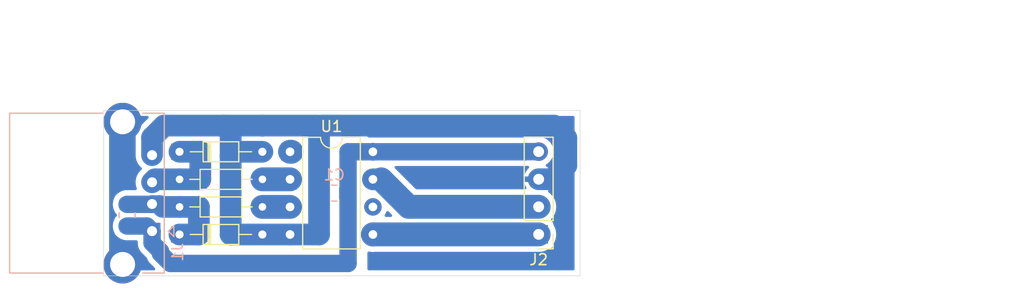
<source format=kicad_pcb>
(kicad_pcb (version 20211014) (generator pcbnew)
  (layers (0 "F.Cu" signal) (31 "B.Cu" signal) (34 "B.Paste" user) (35 "F.Paste" user) (36 "B.SilkS" user "B.Silkscreen") (37 "F.SilkS" user "F.Silkscreen") (38 "B.Mask" user) (39 "F.Mask" user) (44 "Edge.Cuts" user))
  (net 0 "")
  (net 1 "/USB_M")
  (net 2 "/PB3")
  (net 3 "/PB4")
  (net 4 "/PB0")
  (net 5 "/GND")
  (net 6 "/USB_P")
  (net 7 "/VCC")
  (net 8 "/PB2")
  (net 9 "/PB1")
  (net 10 "/PB5")
  (net 11 "/SHIELD")
  (footprint "Resistor_THT:R_Axial_DIN0204_L3.6mm_D1.6mm_P7.62mm_Horizontal" (layer "F.Cu") (at 93.65 101.27 180)
    (fp_text reference "R1" hide)
    (fp_text value "68" hide)
    (fp_line (start 1.89 -0.92) (end 1.89 0.92) (layer "F.SilkS") (width 0.12))
    (fp_line (start 0.94 0) (end 1.89 0) (layer "F.SilkS") (width 0.12))
    (fp_line (start 5.73 -0.92) (end 1.89 -0.92) (layer "F.SilkS") (width 0.12))
    (fp_line (start 6.68 0) (end 5.73 0) (layer "F.SilkS") (width 0.12))
    (fp_line (start 5.73 0.92) (end 5.73 -0.92) (layer "F.SilkS") (width 0.12))
    (fp_line (start 1.89 0.92) (end 5.73 0.92) (layer "F.SilkS") (width 0.12))
    (pad "1" thru_hole circle locked (at 0 0 180) (size 1.4 1.4) (drill 0.7) (layers *.Cu *.Mask) (net 3 "/PB4"))
    (pad "2" thru_hole oval locked (at 7.62 0 180) (size 1.4 1.4) (drill 0.7) (layers *.Cu *.Mask) (net 1 "/USB_M"))
  )
  (footprint "Resistor_THT:R_Axial_DIN0204_L3.6mm_D1.6mm_P7.62mm_Horizontal" (layer "F.Cu") (at 93.65 98.73 180)
    (fp_text reference "R2" hide)
    (fp_text value "68" hide)
    (fp_line (start 1.89 -0.92) (end 1.89 0.92) (layer "F.SilkS") (width 0.12))
    (fp_line (start 6.68 0) (end 5.73 0) (layer "F.SilkS") (width 0.12))
    (fp_line (start 5.73 0.92) (end 5.73 -0.92) (layer "F.SilkS") (width 0.12))
    (fp_line (start 5.73 -0.92) (end 1.89 -0.92) (layer "F.SilkS") (width 0.12))
    (fp_line (start 1.89 0.92) (end 5.73 0.92) (layer "F.SilkS") (width 0.12))
    (fp_line (start 0.94 0) (end 1.89 0) (layer "F.SilkS") (width 0.12))
    (pad "1" thru_hole circle locked (at 0 0 180) (size 1.4 1.4) (drill 0.7) (layers *.Cu *.Mask) (net 2 "/PB3"))
    (pad "2" thru_hole oval locked (at 7.62 0 180) (size 1.4 1.4) (drill 0.7) (layers *.Cu *.Mask) (net 6 "/USB_P"))
  )
  (footprint "Diode_THT:D_DO-34_SOD68_P7.62mm_Horizontal" (layer "F.Cu") (at 86.025 103.81)
    (fp_text reference "D1" hide)
    (fp_text value "3.6V" hide)
    (fp_line (start 2.17 -0.92) (end 2.17 0.92) (layer "F.SilkS") (width 0.12))
    (fp_line (start 6.63 0) (end 5.45 0) (layer "F.SilkS") (width 0.12))
    (fp_line (start 5.45 -0.92) (end 2.17 -0.92) (layer "F.SilkS") (width 0.12))
    (fp_line (start 0.99 0) (end 2.17 0) (layer "F.SilkS") (width 0.12))
    (fp_line (start 2.17 0.92) (end 5.45 0.92) (layer "F.SilkS") (width 0.12))
    (fp_line (start 2.866 -0.92) (end 2.866 0.92) (layer "F.SilkS") (width 0.12))
    (fp_line (start 2.626 -0.92) (end 2.626 0.92) (layer "F.SilkS") (width 0.12))
    (fp_line (start 2.746 -0.92) (end 2.746 0.92) (layer "F.SilkS") (width 0.12))
    (fp_line (start 5.45 0.92) (end 5.45 -0.92) (layer "F.SilkS") (width 0.12))
    (pad "1" thru_hole rect locked (at 0 0) (size 1.5 1.5) (drill 0.75) (layers *.Cu *.Mask) (net 1 "/USB_M"))
    (pad "2" thru_hole oval locked (at 7.62 0) (size 1.5 1.5) (drill 0.75) (layers *.Cu *.Mask) (net 5 "/GND"))
  )
  (footprint "Diode_THT:D_DO-34_SOD68_P7.62mm_Horizontal" (layer "F.Cu") (at 86.025 96.19)
    (fp_text reference "D2" hide)
    (fp_text value "3.6V" hide)
    (fp_line (start 5.45 -0.92) (end 2.17 -0.92) (layer "F.SilkS") (width 0.12))
    (fp_line (start 2.626 -0.92) (end 2.626 0.92) (layer "F.SilkS") (width 0.12))
    (fp_line (start 2.866 -0.92) (end 2.866 0.92) (layer "F.SilkS") (width 0.12))
    (fp_line (start 5.45 0.92) (end 5.45 -0.92) (layer "F.SilkS") (width 0.12))
    (fp_line (start 2.746 -0.92) (end 2.746 0.92) (layer "F.SilkS") (width 0.12))
    (fp_line (start 0.99 0) (end 2.17 0) (layer "F.SilkS") (width 0.12))
    (fp_line (start 2.17 0.92) (end 5.45 0.92) (layer "F.SilkS") (width 0.12))
    (fp_line (start 6.63 0) (end 5.45 0) (layer "F.SilkS") (width 0.12))
    (fp_line (start 2.17 -0.92) (end 2.17 0.92) (layer "F.SilkS") (width 0.12))
    (pad "1" thru_hole rect locked (at 0 0) (size 1.5 1.5) (drill 0.75) (layers *.Cu *.Mask) (net 6 "/USB_P"))
    (pad "2" thru_hole oval locked (at 7.62 0) (size 1.5 1.5) (drill 0.75) (layers *.Cu *.Mask) (net 5 "/GND"))
  )
  (footprint "Package_DIP:DIP-8_W7.62mm" (layer "F.Cu") (at 96.19 96.19)
    (fp_text reference "U1" (at 3.81 -2.33) (layer "F.SilkS"))
    (fp_text value "ATtiny85-20PU" hide)
    (fp_line (start 6.46 -1.33) (end 4.81 -1.33) (layer "F.SilkS") (width 0.12))
    (fp_line (start 6.46 8.95) (end 6.46 -1.33) (layer "F.SilkS") (width 0.12))
    (fp_line (start 2.81 -1.33) (end 1.16 -1.33) (layer "F.SilkS") (width 0.12))
    (fp_line (start 1.16 -1.33) (end 1.16 8.95) (layer "F.SilkS") (width 0.12))
    (fp_line (start 1.16 8.95) (end 6.46 8.95) (layer "F.SilkS") (width 0.12))
    (fp_arc (start 4.81 -1.33) (mid 3.81 -0.33) (end 2.81 -1.33) (layer "F.SilkS") (width 0.12))
    (pad "1" thru_hole rect locked (at 0 0) (size 1.6 1.6) (drill 0.8) (layers *.Cu *.Mask) (net 10 "/PB5"))
    (pad "2" thru_hole oval locked (at 0 2.54) (size 1.6 1.6) (drill 0.8) (layers *.Cu *.Mask) (net 2 "/PB3"))
    (pad "3" thru_hole oval locked (at 0 5.08) (size 1.6 1.6) (drill 0.8) (layers *.Cu *.Mask) (net 3 "/PB4"))
    (pad "4" thru_hole oval locked (at 0 7.62) (size 1.6 1.6) (drill 0.8) (layers *.Cu *.Mask) (net 5 "/GND"))
    (pad "5" thru_hole oval locked (at 7.62 7.62) (size 1.6 1.6) (drill 0.8) (layers *.Cu *.Mask) (net 4 "/PB0"))
    (pad "6" thru_hole oval locked (at 7.62 5.08) (size 1.6 1.6) (drill 0.8) (layers *.Cu *.Mask) (net 9 "/PB1"))
    (pad "7" thru_hole oval locked (at 7.62 2.54) (size 1.6 1.6) (drill 0.8) (layers *.Cu *.Mask) (net 8 "/PB2"))
    (pad "8" thru_hole oval locked (at 7.62 0) (size 1.6 1.6) (drill 0.8) (layers *.Cu *.Mask) (net 7 "/VCC"))
  )
  (footprint "Connector_PinHeader_2.54mm:PinHeader_1x04_P2.54mm_Vertical" (layer "F.Cu") (at 119.05 103.8 180)
    (fp_text reference "J2" (at 0 -2.33) (layer "F.SilkS"))
    (fp_text value "Conn_01x04")
    (fp_line (start -1.33 1.27) (end 1.33 1.27) (layer "F.SilkS") (width 0.12))
    (fp_line (start -1.33 8.95) (end 1.33 8.95) (layer "F.SilkS") (width 0.12))
    (fp_line (start 1.33 1.27) (end 1.33 8.95) (layer "F.SilkS") (width 0.12))
    (fp_line (start -1.33 0) (end -1.33 -1.33) (layer "F.SilkS") (width 0.12))
    (fp_line (start -1.33 -1.33) (end 0 -1.33) (layer "F.SilkS") (width 0.12))
    (fp_line (start -1.33 1.27) (end -1.33 8.95) (layer "F.SilkS") (width 0.12))
    (pad "1" thru_hole rect (at 0 0 180) (size 1.7 1.7) (drill 1) (layers *.Cu *.Mask) (net 4 "/PB0"))
    (pad "2" thru_hole oval (at 0 2.54 180) (size 1.7 1.7) (drill 1) (layers *.Cu *.Mask) (net 8 "/PB2"))
    (pad "3" thru_hole oval (at 0 5.08 180) (size 1.7 1.7) (drill 1) (layers *.Cu *.Mask) (net 5 "/GND"))
    (pad "4" thru_hole oval (at 0 7.62 180) (size 1.7 1.7) (drill 1) (layers *.Cu *.Mask) (net 7 "/VCC"))
  )
  (footprint "Resistor_SMD:R_0805_2012Metric_Pad1.20x1.40mm_HandSolder" (layer "B.Cu") (at 81.204 102.032 90)
    (fp_text reference "R3" hide)
    (fp_text value "2.2K" hide)
    (fp_line (start -0.227064 0.735) (end 0.227064 0.735) (layer "B.SilkS") (width 0.12))
    (fp_line (start -0.227064 -0.735) (end 0.227064 -0.735) (layer "B.SilkS") (width 0.12))
    (pad "1" smd roundrect locked (at -1 0 90) (size 1.2 1.4) (layers "B.Cu" "B.Paste" "B.Mask") (roundrect_rratio 0.2083333333) (net 7 "/VCC"))
    (pad "2" smd roundrect locked (at 1 0 90) (size 1.2 1.4) (layers "B.Cu" "B.Paste" "B.Mask") (roundrect_rratio 0.2083333333) (net 1 "/USB_M"))
  )
  (footprint "Capacitor_SMD:C_0805_2012Metric_Pad1.18x1.45mm_HandSolder" (layer "B.Cu") (at 100.254 100 180)
    (fp_text reference "C1" (at 0 1.68) (layer "B.SilkS") (effects (justify mirror)))
    (fp_text value "0.1")
    (fp_line (start -0.261252 0.735) (end 0.261252 0.735) (layer "B.SilkS") (width 0.12))
    (fp_line (start -0.261252 -0.735) (end 0.261252 -0.735) (layer "B.SilkS") (width 0.12))
    (pad "1" smd roundrect locked (at -1.0375 0 180) (size 1.175 1.45) (layers "B.Cu" "B.Paste" "B.Mask") (roundrect_rratio 0.2127659574) (net 7 "/VCC"))
    (pad "2" smd roundrect locked (at 1.0375 0 180) (size 1.175 1.45) (layers "B.Cu" "B.Paste" "B.Mask") (roundrect_rratio 0.2127659574) (net 5 "/GND"))
  )
  (footprint "Connector_USB:USB_A_CONNFLY_DS1095-WNR0" (layer "B.Cu") (at 83.5025 103.5 90)
    (fp_text reference "J1" (at -1.95 2.35 90) (layer "B.SilkS") (effects (justify mirror)))
    (fp_text value "USB_A")
    (fp_line (start -3.86 1.12) (end -3.86 -0.86) (layer "B.SilkS") (width 0.12))
    (fp_line (start 0.5 2) (end -0.5 2) (layer "B.SilkS") (width 0.12))
    (fp_line (start -3.86 1.12) (end 10.86 1.12) (layer "B.SilkS") (width 0.12))
    (fp_line (start 0 1.5) (end 0.5 2) (layer "B.SilkS") (width 0.12))
    (fp_line (start -3.86 -4.56) (end -3.86 -13.1) (layer "B.SilkS") (width 0.12))
    (fp_line (start -0.5 2) (end 0 1.5) (layer "B.SilkS") (width 0.12))
    (fp_line (start -3.86 -13.1) (end 10.86 -13.1) (layer "B.SilkS") (width 0.12))
    (fp_line (start 10.86 -0.86) (end 10.86 1.12) (layer "B.SilkS") (width 0.12))
    (fp_line (start 10.86 -4.56) (end 10.86 -13.1) (layer "B.SilkS") (width 0.12))
    (pad "1" thru_hole rect (at 0 0 90) (size 1.524 1.524) (drill 0.92) (layers *.Cu *.Mask) (net 7 "/VCC"))
    (pad "2" thru_hole circle (at 2.5 0 90) (size 1.524 1.524) (drill 0.92) (layers *.Cu *.Mask) (net 1 "/USB_M"))
    (pad "3" thru_hole circle (at 4.5 0 90) (size 1.524 1.524) (drill 0.92) (layers *.Cu *.Mask) (net 6 "/USB_P"))
    (pad "4" thru_hole circle (at 7 0 90) (size 1.524 1.524) (drill 0.92) (layers *.Cu *.Mask) (net 5 "/GND"))
    (pad "5" thru_hole circle (at 10.07 -2.71 90) (size 3.5 3.5) (drill 2.3) (layers *.Cu *.Mask) (net 11 "/SHIELD"))
    (pad "5" thru_hole circle (at -3.07 -2.71 90) (size 3.5 3.5) (drill 2.3) (layers *.Cu *.Mask) (net 11 "/SHIELD"))
  )
  (gr_line (start 79.045 92.38) (end 79.045 107.62) (layer "Edge.Cuts") (width 0.05))
  (gr_line (start 122.86 92.38) (end 122.86 107.62) (layer "Edge.Cuts") (width 0.05))
  (gr_line (start 79.045 92.38) (end 122.86 92.38) (layer "Edge.Cuts") (width 0.05))
  (gr_line (start 79.045 107.62) (end 122.86 107.62) (layer "Edge.Cuts") (width 0.05))
  (segment (start 83.4705 101.032) (end 83.5025 101) (width 1.6) (layer "B.Cu") (net 1))
  (segment (start 84.236 101) (end 84.506 101.27) (width 1.6) (layer "B.Cu") (net 1))
  (segment (start 81.204 101.032) (end 83.4705 101.032) (width 1.6) (layer "B.Cu") (net 1))
  (segment (start 87.808 101.27) (end 87.808 103.81) (width 2) (layer "B.Cu") (net 1))
  (segment (start 86.03 101.27) (end 87.808 101.27) (width 2) (layer "B.Cu") (net 1))
  (segment (start 86.03 101.27) (end 84.506 101.27) (width 2) (layer "B.Cu") (net 1))
  (segment (start 83.5025 101) (end 84.236 101) (width 1.6) (layer "B.Cu") (net 1))
  (segment (start 87.808 103.81) (end 86.025 103.81) (width 2) (layer "B.Cu") (net 1))
  (segment (start 96.19 98.73) (end 93.65 98.73) (width 2.2) (layer "B.Cu") (net 2))
  (segment (start 96.19 101.27) (end 93.65 101.27) (width 2.2) (layer "B.Cu") (net 3))
  (segment (start 119.05 103.8) (end 103.82 103.8) (width 2.2) (layer "B.Cu") (net 4))
  (segment (start 103.82 103.8) (end 103.81 103.81) (width 2.2) (layer "B.Cu") (net 4))
  (segment (start 98.857 94.031) (end 98.857 103.81) (width 2) (layer "B.Cu") (net 5))
  (segment (start 93.645 96.19) (end 91.11 96.19) (width 2) (layer "B.Cu") (net 5))
  (segment (start 93.65 93.777) (end 98.603 93.777) (width 2) (layer "B.Cu") (net 5))
  (segment (start 90.729 96.571) (end 90.729 94.412) (width 2) (layer "B.Cu") (net 5))
  (segment (start 120.447 93.777) (end 121.59 94.92) (width 2) (layer "B.Cu") (net 5))
  (segment (start 91.11 96.19) (end 90.729 96.571) (width 2) (layer "B.Cu") (net 5))
  (segment (start 98.857 94.031) (end 99.111 93.777) (width 2) (layer "B.Cu") (net 5))
  (segment (start 84.61674 93.777) (end 90.094 93.777) (width 2) (layer "B.Cu") (net 5))
  (segment (start 93.65 93.777) (end 93.645 93.782) (width 2) (layer "B.Cu") (net 5))
  (segment (start 121.59 94.92) (end 121.59 97.46) (width 2) (layer "B.Cu") (net 5))
  (segment (start 83.5025 94.89124) (end 84.61674 93.777) (width 2) (layer "B.Cu") (net 5))
  (segment (start 90.729 103.81) (end 90.729 96.571) (width 2) (layer "B.Cu") (net 5))
  (segment (start 121.59 97.46) (end 120.33 98.72) (width 2) (layer "B.Cu") (net 5))
  (segment (start 98.857 103.81) (end 96.19 103.81) (width 2) (layer "B.Cu") (net 5))
  (segment (start 90.094 93.777) (end 93.65 93.777) (width 2) (layer "B.Cu") (net 5))
  (segment (start 90.729 94.412) (end 90.094 93.777) (width 2) (layer "B.Cu") (net 5))
  (segment (start 98.603 93.777) (end 98.857 94.031) (width 2) (layer "B.Cu") (net 5))
  (segment (start 83.5025 96.5) (end 83.5025 94.89124) (width 2) (layer "B.Cu") (net 5))
  (segment (start 96.19 103.81) (end 90.729 103.81) (width 2) (layer "B.Cu") (net 5))
  (segment (start 120.33 98.72) (end 119.05 98.72) (width 2) (layer "B.Cu") (net 5))
  (segment (start 99.111 93.777) (end 120.447 93.777) (width 2) (layer "B.Cu") (net 5))
  (segment (start 86.025 96.19) (end 87.935 96.19) (width 2) (layer "B.Cu") (net 6))
  (segment (start 86.03 98.73) (end 83.7725 98.73) (width 2) (layer "B.Cu") (net 6))
  (segment (start 87.935 98.73) (end 86.03 98.73) (width 2) (layer "B.Cu") (net 6))
  (segment (start 87.935 96.19) (end 87.935 98.73) (width 2) (layer "B.Cu") (net 6))
  (segment (start 83.7725 98.73) (end 83.5025 99) (width 2) (layer "B.Cu") (net 6))
  (segment (start 103.81 96.19) (end 101.524 96.19) (width 1.6) (layer "B.Cu") (net 7))
  (segment (start 84.275489 105.357489) (end 83.5025 104.5845) (width 1.6) (layer "B.Cu") (net 7))
  (segment (start 101.524 96.19) (end 101.524 106.477) (width 1.6) (layer "B.Cu") (net 7))
  (segment (start 117.78 96.18) (end 119.05 96.18) (width 1.6) (layer "B.Cu") (net 7))
  (segment (start 81.204 103.032) (end 83.0345 103.032) (width 1.6) (layer "B.Cu") (net 7))
  (segment (start 117.77 96.19) (end 117.78 96.18) (width 1.6) (layer "B.Cu") (net 7))
  (segment (start 84.275489 105.559511) (end 84.275489 105.357489) (width 1.6) (layer "B.Cu") (net 7))
  (segment (start 103.81 96.19) (end 117.77 96.19) (width 1.6) (layer "B.Cu") (net 7))
  (segment (start 83.5025 104.5845) (end 83.5025 103.5) (width 1.6) (layer "B.Cu") (net 7))
  (segment (start 83.0345 103.032) (end 83.5025 103.5) (width 1.6) (layer "B.Cu") (net 7))
  (segment (start 85.192978 106.477) (end 84.275489 105.559511) (width 1.6) (layer "B.Cu") (net 7))
  (segment (start 101.524 106.477) (end 85.192978 106.477) (width 1.6) (layer "B.Cu") (net 7))
  (segment (start 119.05 101.26) (end 107.102 101.26) (width 2.2) (layer "B.Cu") (net 8))
  (segment (start 107.102 101.26) (end 104.572 98.73) (width 2.2) (layer "B.Cu") (net 8))
  (segment (start 103.81 98.73) (end 104.572 98.73) (width 2) (layer "B.Cu") (net 8))
  (segment (start 96.19 96.19) (end 96.317 96.19) (width 2.2) (layer "B.Cu") (net 10))
  (segment (start 80.7925 93.43) (end 80.7925 94.0005) (width 2) (layer "B.Cu") (net 11))
  (zone (net 11) (net_name "/SHIELD") (layer "B.Cu") (connect_pads yes (clearance 0.508)) (min_thickness 0.254) (fill yes (thermal_gap 0.508) (thermal_bridge_width 0.508) (island_removal_mode 1) (island_area_min 0))
    (polygon (pts (xy 85.014 107.62) (xy 79.045 107.62) (xy 79.045 92.38) (xy 85.014 92.38)))
  )
  (zone (net 5) (net_name "/GND") (layer "B.Cu") (connect_pads (clearance 0.508)) (min_thickness 0.254) (fill yes (thermal_gap 0.508) (thermal_bridge_width 0.508) (island_removal_mode 1) (island_area_min 0))
    (polygon (pts (xy 122.86 107.62) (xy 103.302 107.62) (xy 103.302 92.38) (xy 122.86 92.38)))
  )
)
</source>
